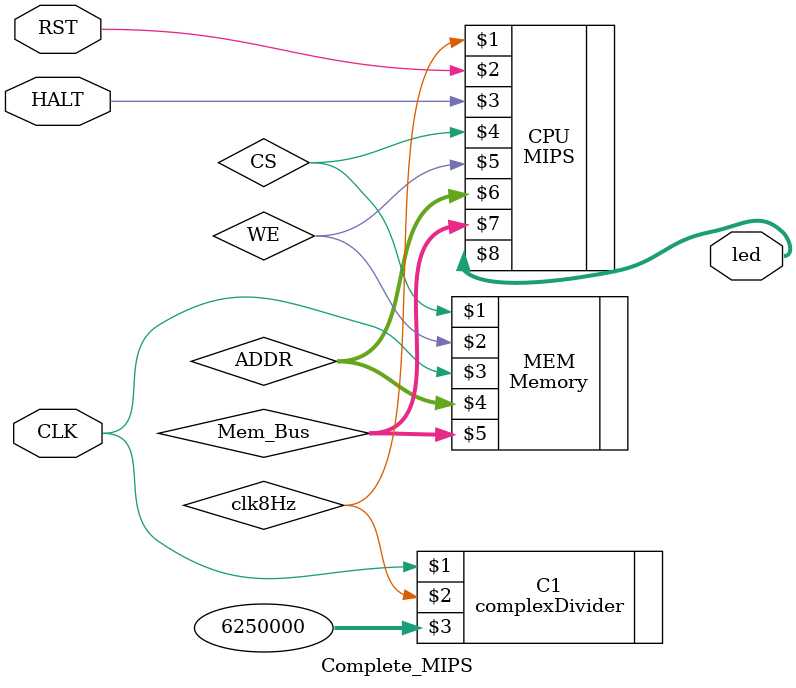
<source format=v>
module Complete_MIPS(CLK, RST, HALT, /*A_Out, D_Out,*/ led);
  // Will need to be modified to add functionality
  input CLK, RST, HALT;
//  output [6:0] A_Out;
//  output [31:0] D_Out;  
  output wire [7:0] led;

  wire CS, WE, clk8Hz;
  wire [6:0] ADDR;
  wire [31:0] Mem_Bus;
 // assign A_Out = ADDR;
 // assign D_Out = Mem_Bus;    
	
	///assign led = HALT ? SOMETHING  : 0;
  complexDivider C1 (CLK, clk8Hz, 6250000);
	//MIPS CPU(clk8Hz, RST, HALT, CS, WE, ADDR, Mem_Bus, led);
  MIPS CPU(clk8Hz, RST, HALT, CS, WE, ADDR, Mem_Bus, led);
  Memory MEM(CS, WE, CLK, ADDR, Mem_Bus);

endmodule
</source>
